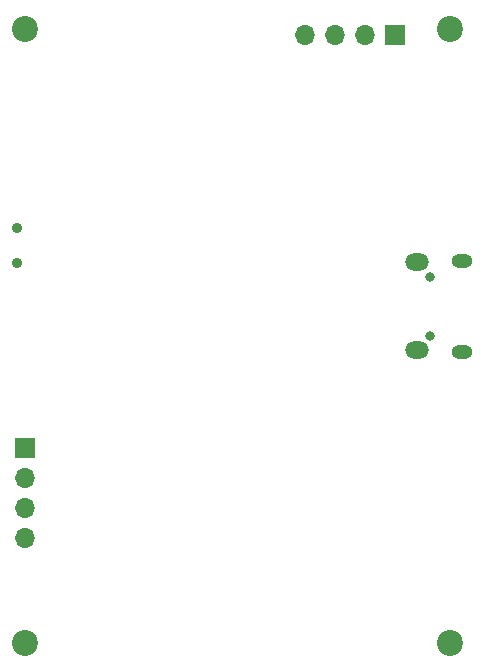
<source format=gbr>
%TF.GenerationSoftware,KiCad,Pcbnew,7.0.8*%
%TF.CreationDate,2023-11-06T16:26:03-06:00*%
%TF.ProjectId,KiCAD Design,4b694341-4420-4446-9573-69676e2e6b69,rev?*%
%TF.SameCoordinates,Original*%
%TF.FileFunction,Soldermask,Bot*%
%TF.FilePolarity,Negative*%
%FSLAX46Y46*%
G04 Gerber Fmt 4.6, Leading zero omitted, Abs format (unit mm)*
G04 Created by KiCad (PCBNEW 7.0.8) date 2023-11-06 16:26:03*
%MOMM*%
%LPD*%
G01*
G04 APERTURE LIST*
%ADD10R,1.700000X1.700000*%
%ADD11O,1.700000X1.700000*%
%ADD12C,2.200000*%
%ADD13C,0.900000*%
%ADD14O,0.800000X0.800000*%
%ADD15O,1.800000X1.150000*%
%ADD16O,2.000000X1.450000*%
G04 APERTURE END LIST*
D10*
%TO.C,J3*%
X146250000Y-107000000D03*
D11*
X146250000Y-109540000D03*
X146250000Y-112080000D03*
X146250000Y-114620000D03*
%TD*%
D12*
%TO.C,H1*%
X146250000Y-71500000D03*
%TD*%
D10*
%TO.C,J2*%
X177550000Y-72000000D03*
D11*
X175010000Y-72000000D03*
X172470000Y-72000000D03*
X169930000Y-72000000D03*
%TD*%
D13*
%TO.C,SW1*%
X145540000Y-88350000D03*
X145540000Y-91350000D03*
%TD*%
D12*
%TO.C,H3*%
X146250000Y-123500000D03*
%TD*%
%TO.C,H2*%
X182250000Y-71500000D03*
%TD*%
%TO.C,H4*%
X182250000Y-123500000D03*
%TD*%
D14*
%TO.C,J1*%
X180500000Y-97505000D03*
X180500000Y-92505000D03*
D15*
X183250000Y-98880000D03*
D16*
X179450000Y-98730000D03*
X179450000Y-91280000D03*
D15*
X183250000Y-91130000D03*
%TD*%
M02*

</source>
